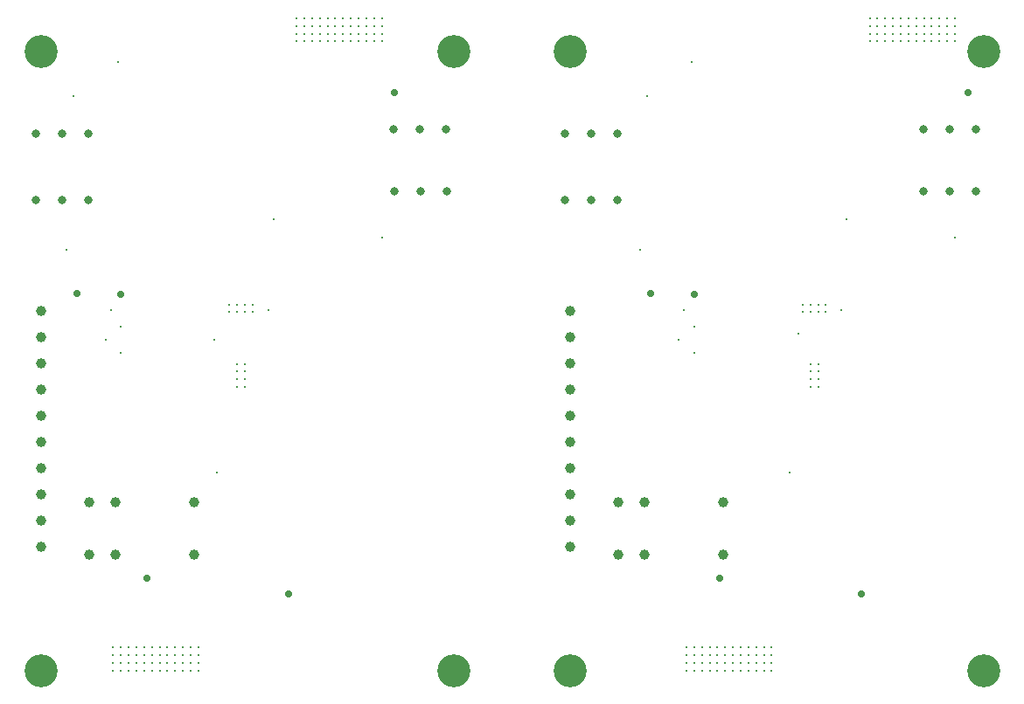
<source format=gbr>
%TF.GenerationSoftware,KiCad,Pcbnew,9.0.2*%
%TF.CreationDate,2025-06-04T19:49:48+07:00*%
%TF.ProjectId,BSPD jadi 1,42535044-206a-4616-9469-20312e6b6963,rev?*%
%TF.SameCoordinates,Original*%
%TF.FileFunction,Plated,1,2,PTH,Drill*%
%TF.FilePolarity,Positive*%
%FSLAX46Y46*%
G04 Gerber Fmt 4.6, Leading zero omitted, Abs format (unit mm)*
G04 Created by KiCad (PCBNEW 9.0.2) date 2025-06-04 19:49:48*
%MOMM*%
%LPD*%
G01*
G04 APERTURE LIST*
%TA.AperFunction,ViaDrill*%
%ADD10C,0.300000*%
%TD*%
%TA.AperFunction,ViaDrill*%
%ADD11C,0.700000*%
%TD*%
%TA.AperFunction,ComponentDrill*%
%ADD12C,0.800000*%
%TD*%
%TA.AperFunction,ComponentDrill*%
%ADD13C,1.000000*%
%TD*%
%TA.AperFunction,ComponentDrill*%
%ADD14C,3.200000*%
%TD*%
G04 APERTURE END LIST*
D10*
X58987500Y-100212500D03*
X59675000Y-85300000D03*
X62750000Y-108950000D03*
X63250000Y-106050000D03*
X63500000Y-138750000D03*
X63500000Y-139500000D03*
X63500000Y-140250000D03*
X63500000Y-141000000D03*
X64000000Y-82000000D03*
X64250000Y-107640000D03*
X64250000Y-110180000D03*
X64250000Y-138750000D03*
X64250000Y-139500000D03*
X64250000Y-140250000D03*
X64250000Y-141000000D03*
X65000000Y-138750000D03*
X65000000Y-139500000D03*
X65000000Y-140250000D03*
X65000000Y-141000000D03*
X65750000Y-138750000D03*
X65750000Y-139500000D03*
X65750000Y-140250000D03*
X65750000Y-141000000D03*
X66500000Y-138750000D03*
X66500000Y-139500000D03*
X66500000Y-140250000D03*
X66500000Y-141000000D03*
X67250000Y-138750000D03*
X67250000Y-139500000D03*
X67250000Y-140250000D03*
X67250000Y-141000000D03*
X68000000Y-138750000D03*
X68000000Y-139500000D03*
X68000000Y-140250000D03*
X68000000Y-141000000D03*
X68750000Y-138750000D03*
X68750000Y-139500000D03*
X68750000Y-140250000D03*
X68750000Y-141000000D03*
X69500000Y-138750000D03*
X69500000Y-139500000D03*
X69500000Y-140250000D03*
X69500000Y-141000000D03*
X70250000Y-138750000D03*
X70250000Y-139500000D03*
X70250000Y-140250000D03*
X70250000Y-141000000D03*
X71000000Y-138750000D03*
X71000000Y-139500000D03*
X71000000Y-140250000D03*
X71000000Y-141000000D03*
X71750000Y-138750000D03*
X71750000Y-139500000D03*
X71750000Y-140250000D03*
X71750000Y-141000000D03*
X73250000Y-108910000D03*
X73500000Y-121790000D03*
X74750000Y-105500000D03*
X74750000Y-106250000D03*
X75500000Y-105500000D03*
X75500000Y-106250000D03*
X75500000Y-111250000D03*
X75500000Y-112000000D03*
X75500000Y-112750000D03*
X75500000Y-113500000D03*
X76250000Y-105500000D03*
X76250000Y-106250000D03*
X76250000Y-111250000D03*
X76250000Y-112000000D03*
X76250000Y-112750000D03*
X76250000Y-113500000D03*
X77000000Y-105500000D03*
X77000000Y-106250000D03*
X78500000Y-106000000D03*
X79000000Y-97250000D03*
X81250000Y-77750000D03*
X81250000Y-78500000D03*
X81250000Y-79250000D03*
X81250000Y-80000000D03*
X82000000Y-77750000D03*
X82000000Y-78500000D03*
X82000000Y-79250000D03*
X82000000Y-80000000D03*
X82750000Y-77750000D03*
X82750000Y-78500000D03*
X82750000Y-79250000D03*
X82750000Y-80000000D03*
X83500000Y-77750000D03*
X83500000Y-78500000D03*
X83500000Y-79250000D03*
X83500000Y-80000000D03*
X84250000Y-77750000D03*
X84250000Y-78500000D03*
X84250000Y-79250000D03*
X84250000Y-80000000D03*
X85000000Y-77750000D03*
X85000000Y-78500000D03*
X85000000Y-79250000D03*
X85000000Y-80000000D03*
X85750000Y-77750000D03*
X85750000Y-78500000D03*
X85750000Y-79250000D03*
X85750000Y-80000000D03*
X86500000Y-77750000D03*
X86500000Y-78500000D03*
X86500000Y-79250000D03*
X86500000Y-80000000D03*
X87250000Y-77750000D03*
X87250000Y-78500000D03*
X87250000Y-79250000D03*
X87250000Y-80000000D03*
X88000000Y-77750000D03*
X88000000Y-78500000D03*
X88000000Y-79250000D03*
X88000000Y-80000000D03*
X88750000Y-77750000D03*
X88750000Y-78500000D03*
X88750000Y-79250000D03*
X88750000Y-80000000D03*
X89500000Y-77750000D03*
X89500000Y-78500000D03*
X89500000Y-79250000D03*
X89500000Y-80000000D03*
X89500000Y-99000000D03*
X114487500Y-100212500D03*
X115175000Y-85300000D03*
X118250000Y-108950000D03*
X118750000Y-106050000D03*
X119000000Y-138750000D03*
X119000000Y-139500000D03*
X119000000Y-140250000D03*
X119000000Y-141000000D03*
X119500000Y-82000000D03*
X119750000Y-107640000D03*
X119750000Y-110180000D03*
X119750000Y-138750000D03*
X119750000Y-139500000D03*
X119750000Y-140250000D03*
X119750000Y-141000000D03*
X120500000Y-138750000D03*
X120500000Y-139500000D03*
X120500000Y-140250000D03*
X120500000Y-141000000D03*
X121250000Y-138750000D03*
X121250000Y-139500000D03*
X121250000Y-140250000D03*
X121250000Y-141000000D03*
X122000000Y-138750000D03*
X122000000Y-139500000D03*
X122000000Y-140250000D03*
X122000000Y-141000000D03*
X122750000Y-138750000D03*
X122750000Y-139500000D03*
X122750000Y-140250000D03*
X122750000Y-141000000D03*
X123500000Y-138750000D03*
X123500000Y-139500000D03*
X123500000Y-140250000D03*
X123500000Y-141000000D03*
X124250000Y-138750000D03*
X124250000Y-139500000D03*
X124250000Y-140250000D03*
X124250000Y-141000000D03*
X125000000Y-138750000D03*
X125000000Y-139500000D03*
X125000000Y-140250000D03*
X125000000Y-141000000D03*
X125750000Y-138750000D03*
X125750000Y-139500000D03*
X125750000Y-140250000D03*
X125750000Y-141000000D03*
X126500000Y-138750000D03*
X126500000Y-139500000D03*
X126500000Y-140250000D03*
X126500000Y-141000000D03*
X127250000Y-138750000D03*
X127250000Y-139500000D03*
X127250000Y-140250000D03*
X127250000Y-141000000D03*
X129000000Y-121790000D03*
X129850000Y-108300000D03*
X130250000Y-105500000D03*
X130250000Y-106250000D03*
X131000000Y-105500000D03*
X131000000Y-106250000D03*
X131000000Y-111250000D03*
X131000000Y-112000000D03*
X131000000Y-112750000D03*
X131000000Y-113500000D03*
X131750000Y-105500000D03*
X131750000Y-106250000D03*
X131750000Y-111250000D03*
X131750000Y-112000000D03*
X131750000Y-112750000D03*
X131750000Y-113500000D03*
X132500000Y-105500000D03*
X132500000Y-106250000D03*
X134000000Y-106000000D03*
X134500000Y-97250000D03*
X136750000Y-77750000D03*
X136750000Y-78500000D03*
X136750000Y-79250000D03*
X136750000Y-80000000D03*
X137500000Y-77750000D03*
X137500000Y-78500000D03*
X137500000Y-79250000D03*
X137500000Y-80000000D03*
X138250000Y-77750000D03*
X138250000Y-78500000D03*
X138250000Y-79250000D03*
X138250000Y-80000000D03*
X139000000Y-77750000D03*
X139000000Y-78500000D03*
X139000000Y-79250000D03*
X139000000Y-80000000D03*
X139750000Y-77750000D03*
X139750000Y-78500000D03*
X139750000Y-79250000D03*
X139750000Y-80000000D03*
X140500000Y-77750000D03*
X140500000Y-78500000D03*
X140500000Y-79250000D03*
X140500000Y-80000000D03*
X141250000Y-77750000D03*
X141250000Y-78500000D03*
X141250000Y-79250000D03*
X141250000Y-80000000D03*
X142000000Y-77750000D03*
X142000000Y-78500000D03*
X142000000Y-79250000D03*
X142000000Y-80000000D03*
X142750000Y-77750000D03*
X142750000Y-78500000D03*
X142750000Y-79250000D03*
X142750000Y-80000000D03*
X143500000Y-77750000D03*
X143500000Y-78500000D03*
X143500000Y-79250000D03*
X143500000Y-80000000D03*
X144250000Y-77750000D03*
X144250000Y-78500000D03*
X144250000Y-79250000D03*
X144250000Y-80000000D03*
X145000000Y-77750000D03*
X145000000Y-78500000D03*
X145000000Y-79250000D03*
X145000000Y-80000000D03*
X145000000Y-99000000D03*
D11*
X60000000Y-104450000D03*
X64250000Y-104500000D03*
X66750000Y-132000000D03*
X80450000Y-133550000D03*
X90750000Y-85000000D03*
X115500000Y-104450000D03*
X119750000Y-104500000D03*
X122250000Y-132000000D03*
X135950000Y-133550000D03*
X146250000Y-85000000D03*
D12*
%TO.C,BPS*%
X55970000Y-88950000D03*
%TO.C,TPS*%
X55970000Y-95350000D03*
%TO.C,BPS*%
X58510000Y-88950000D03*
%TO.C,TPS*%
X58510000Y-95350000D03*
%TO.C,BPS*%
X61050000Y-88950000D03*
%TO.C,TPS*%
X61050000Y-95350000D03*
%TO.C,BPSTH*%
X90670000Y-88500000D03*
%TO.C,TPSTH*%
X90710000Y-94500000D03*
%TO.C,BPSTH*%
X93210000Y-88500000D03*
%TO.C,TPSTH*%
X93250000Y-94500000D03*
%TO.C,BPSTH*%
X95750000Y-88500000D03*
%TO.C,TPSTH*%
X95790000Y-94500000D03*
%TO.C,BPS1*%
X107220000Y-88950000D03*
%TO.C,TPS1*%
X107220000Y-95350000D03*
%TO.C,BPS1*%
X109760000Y-88950000D03*
%TO.C,TPS1*%
X109760000Y-95350000D03*
%TO.C,BPS1*%
X112300000Y-88950000D03*
%TO.C,TPS1*%
X112300000Y-95350000D03*
%TO.C,BPSTH1*%
X141920000Y-88500000D03*
%TO.C,TPSTH1*%
X141960000Y-94500000D03*
%TO.C,BPSTH1*%
X144460000Y-88500000D03*
%TO.C,TPSTH1*%
X144500000Y-94500000D03*
%TO.C,BPSTH1*%
X147000000Y-88500000D03*
%TO.C,TPSTH1*%
X147040000Y-94500000D03*
D13*
%TO.C,J1*%
X56490000Y-106140000D03*
X56490000Y-108680000D03*
X56490000Y-111220000D03*
X56490000Y-113760000D03*
X56490000Y-116300000D03*
X56490000Y-118840000D03*
X56490000Y-121380000D03*
X56490000Y-123920000D03*
X56490000Y-126460000D03*
X56490000Y-129000000D03*
%TO.C,K2*%
X61145000Y-124635000D03*
X61145000Y-129715000D03*
X63685000Y-124635000D03*
X63685000Y-129715000D03*
X71305000Y-124635000D03*
X71305000Y-129715000D03*
%TO.C,J1*%
X107740000Y-106140000D03*
X107740000Y-108680000D03*
X107740000Y-111220000D03*
X107740000Y-113760000D03*
X107740000Y-116300000D03*
X107740000Y-118840000D03*
X107740000Y-121380000D03*
X107740000Y-123920000D03*
X107740000Y-126460000D03*
X107740000Y-129000000D03*
%TO.C,K2*%
X112395000Y-124635000D03*
X112395000Y-129715000D03*
X114935000Y-124635000D03*
X114935000Y-129715000D03*
X122555000Y-124635000D03*
X122555000Y-129715000D03*
D14*
%TO.C,H1*%
X56500000Y-81000000D03*
%TO.C,H4*%
X56500000Y-141000000D03*
%TO.C,H2*%
X96500000Y-81000000D03*
%TO.C,H3*%
X96500000Y-141000000D03*
%TO.C,H1*%
X107750000Y-81000000D03*
%TO.C,H4*%
X107750000Y-141000000D03*
%TO.C,H2*%
X147750000Y-81000000D03*
%TO.C,H3*%
X147750000Y-141000000D03*
M02*

</source>
